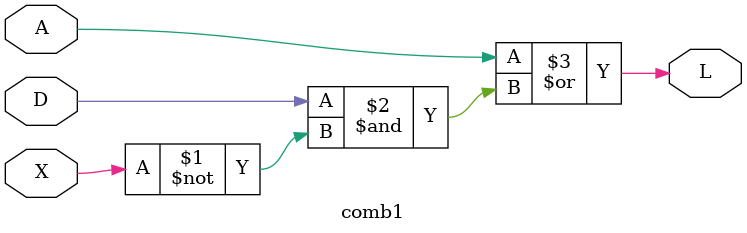
<source format=v>
module comb1(input D, input X, input A, output L);
    assign L = A | (D & (~X));
endmodule
</source>
